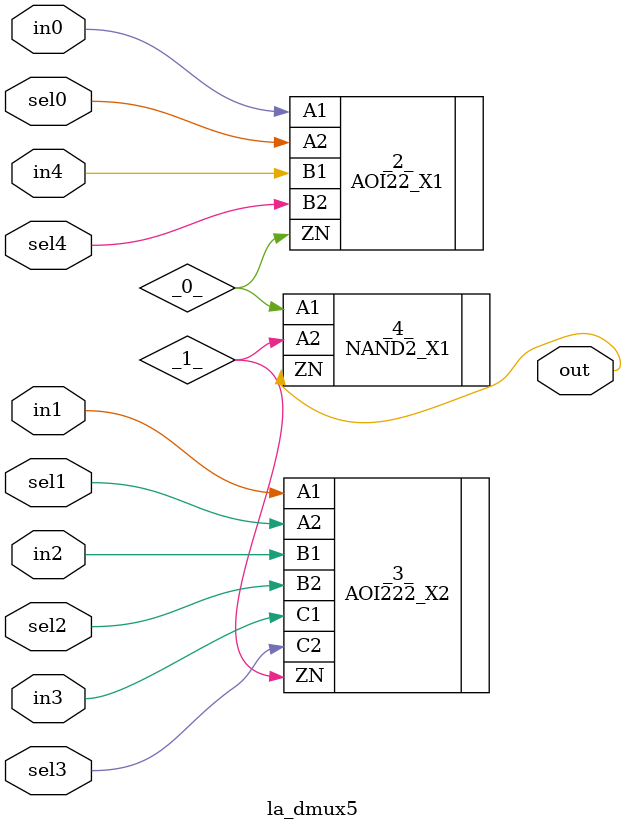
<source format=v>

/* Generated by Yosys 0.44 (git sha1 80ba43d26, g++ 11.4.0-1ubuntu1~22.04 -fPIC -O3) */

(* top =  1  *)
(* src = "generated" *)
(* keep_hierarchy *)
module la_dmux5 (
    sel4,
    sel3,
    sel2,
    sel1,
    sel0,
    in4,
    in3,
    in2,
    in1,
    in0,
    out
);
  wire _0_;
  wire _1_;
  (* src = "generated" *)
  input in0;
  wire in0;
  (* src = "generated" *)
  input in1;
  wire in1;
  (* src = "generated" *)
  input in2;
  wire in2;
  (* src = "generated" *)
  input in3;
  wire in3;
  (* src = "generated" *)
  input in4;
  wire in4;
  (* src = "generated" *)
  output out;
  wire out;
  (* src = "generated" *)
  input sel0;
  wire sel0;
  (* src = "generated" *)
  input sel1;
  wire sel1;
  (* src = "generated" *)
  input sel2;
  wire sel2;
  (* src = "generated" *)
  input sel3;
  wire sel3;
  (* src = "generated" *)
  input sel4;
  wire sel4;
  AOI22_X1 _2_ (
      .A1(in0),
      .A2(sel0),
      .B1(in4),
      .B2(sel4),
      .ZN(_0_)
  );
  AOI222_X2 _3_ (
      .A1(in1),
      .A2(sel1),
      .B1(in2),
      .B2(sel2),
      .C1(in3),
      .C2(sel3),
      .ZN(_1_)
  );
  NAND2_X1 _4_ (
      .A1(_0_),
      .A2(_1_),
      .ZN(out)
  );
endmodule

</source>
